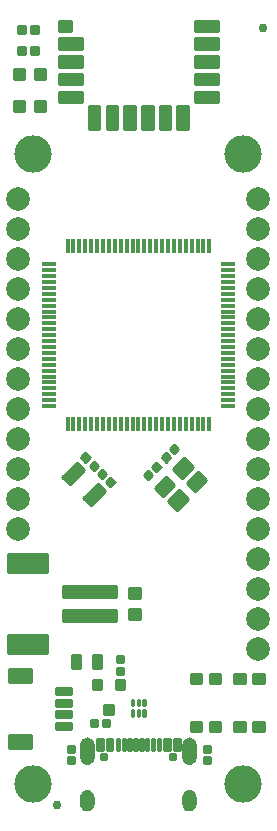
<source format=gts>
G04 EAGLE Gerber RS-274X export*
G75*
%MOMM*%
%FSLAX34Y34*%
%LPD*%
%INSoldermask Top*%
%IPPOS*%
%AMOC8*
5,1,8,0,0,1.08239X$1,22.5*%
G01*
%ADD10C,2.006600*%
%ADD11C,0.230578*%
%ADD12C,0.225369*%
%ADD13C,0.777000*%
%ADD14C,0.229969*%
%ADD15C,0.225400*%
%ADD16C,0.224509*%
%ADD17C,0.428259*%
%ADD18C,0.225588*%
%ADD19C,3.175000*%
%ADD20C,0.762000*%
%ADD21R,0.350000X1.200000*%
%ADD22R,1.200000X0.350000*%
%ADD23C,0.220859*%
%ADD24C,0.225938*%
%ADD25C,0.231559*%
%ADD26C,0.231750*%

G36*
X158784Y41359D02*
X158784Y41359D01*
X158790Y41365D01*
X158795Y41361D01*
X160025Y41726D01*
X160030Y41733D01*
X160035Y41731D01*
X161154Y42361D01*
X161157Y42368D01*
X161163Y42367D01*
X162113Y43230D01*
X162114Y43238D01*
X162120Y43238D01*
X162854Y44291D01*
X162854Y44299D01*
X162859Y44301D01*
X163341Y45491D01*
X163339Y45496D01*
X163343Y45499D01*
X163342Y45500D01*
X163344Y45501D01*
X163549Y46768D01*
X163546Y46773D01*
X163549Y46776D01*
X163549Y58776D01*
X163546Y58780D01*
X163549Y58783D01*
X163394Y59905D01*
X163389Y59910D01*
X163392Y59914D01*
X163021Y60985D01*
X163015Y60989D01*
X163017Y60994D01*
X162444Y61971D01*
X162438Y61974D01*
X162439Y61979D01*
X161686Y62826D01*
X161679Y62828D01*
X161679Y62833D01*
X160776Y63517D01*
X160769Y63517D01*
X160768Y63522D01*
X159749Y64017D01*
X159742Y64015D01*
X159740Y64020D01*
X158643Y64307D01*
X158637Y64304D01*
X158634Y64308D01*
X157503Y64375D01*
X157497Y64375D01*
X156366Y64308D01*
X156361Y64303D01*
X156357Y64307D01*
X155260Y64020D01*
X155256Y64014D01*
X155251Y64017D01*
X154232Y63522D01*
X154229Y63516D01*
X154224Y63517D01*
X153321Y62833D01*
X153319Y62826D01*
X153314Y62826D01*
X152561Y61979D01*
X152561Y61972D01*
X152556Y61971D01*
X151983Y60994D01*
X151984Y60991D01*
X151983Y60990D01*
X151984Y60989D01*
X151984Y60987D01*
X151979Y60985D01*
X151608Y59914D01*
X151610Y59909D01*
X151607Y59907D01*
X151607Y59906D01*
X151606Y59905D01*
X151451Y58783D01*
X151454Y58778D01*
X151451Y58776D01*
X151451Y46776D01*
X151454Y46771D01*
X151451Y46768D01*
X151656Y45501D01*
X151662Y45495D01*
X151659Y45491D01*
X152141Y44301D01*
X152148Y44297D01*
X152146Y44291D01*
X152880Y43238D01*
X152888Y43236D01*
X152887Y43230D01*
X153837Y42367D01*
X153846Y42366D01*
X153846Y42361D01*
X154965Y41731D01*
X154973Y41732D01*
X154975Y41726D01*
X156205Y41361D01*
X156213Y41364D01*
X156216Y41359D01*
X157497Y41277D01*
X157501Y41280D01*
X157503Y41277D01*
X158784Y41359D01*
G37*
G36*
X72384Y41359D02*
X72384Y41359D01*
X72390Y41365D01*
X72395Y41361D01*
X73625Y41726D01*
X73630Y41733D01*
X73635Y41731D01*
X74754Y42361D01*
X74757Y42368D01*
X74763Y42367D01*
X75713Y43230D01*
X75714Y43238D01*
X75720Y43238D01*
X76454Y44291D01*
X76454Y44299D01*
X76459Y44301D01*
X76941Y45491D01*
X76939Y45496D01*
X76943Y45499D01*
X76942Y45500D01*
X76944Y45501D01*
X77149Y46768D01*
X77146Y46773D01*
X77149Y46776D01*
X77149Y58776D01*
X77146Y58780D01*
X77149Y58783D01*
X76994Y59905D01*
X76989Y59910D01*
X76992Y59914D01*
X76621Y60985D01*
X76615Y60989D01*
X76617Y60994D01*
X76044Y61971D01*
X76038Y61974D01*
X76039Y61979D01*
X75286Y62826D01*
X75279Y62828D01*
X75279Y62833D01*
X74376Y63517D01*
X74369Y63517D01*
X74368Y63522D01*
X73349Y64017D01*
X73342Y64015D01*
X73340Y64020D01*
X72243Y64307D01*
X72237Y64304D01*
X72234Y64308D01*
X71103Y64375D01*
X71097Y64375D01*
X69966Y64308D01*
X69961Y64303D01*
X69957Y64307D01*
X68860Y64020D01*
X68856Y64014D01*
X68851Y64017D01*
X67832Y63522D01*
X67829Y63516D01*
X67824Y63517D01*
X66921Y62833D01*
X66919Y62826D01*
X66914Y62826D01*
X66161Y61979D01*
X66161Y61972D01*
X66156Y61971D01*
X65583Y60994D01*
X65584Y60991D01*
X65583Y60990D01*
X65584Y60989D01*
X65584Y60987D01*
X65579Y60985D01*
X65208Y59914D01*
X65210Y59909D01*
X65207Y59907D01*
X65207Y59906D01*
X65206Y59905D01*
X65051Y58783D01*
X65054Y58778D01*
X65051Y58776D01*
X65051Y46776D01*
X65054Y46771D01*
X65051Y46768D01*
X65256Y45501D01*
X65262Y45495D01*
X65259Y45491D01*
X65741Y44301D01*
X65748Y44297D01*
X65746Y44291D01*
X66480Y43238D01*
X66488Y43236D01*
X66487Y43230D01*
X67437Y42367D01*
X67446Y42366D01*
X67446Y42361D01*
X68565Y41731D01*
X68573Y41732D01*
X68575Y41726D01*
X69805Y41361D01*
X69813Y41364D01*
X69816Y41359D01*
X71097Y41277D01*
X71101Y41280D01*
X71103Y41277D01*
X72384Y41359D01*
G37*
G36*
X158671Y2087D02*
X158671Y2087D01*
X158676Y2092D01*
X158680Y2089D01*
X159803Y2424D01*
X159807Y2430D01*
X159811Y2428D01*
X160847Y2976D01*
X160850Y2982D01*
X160855Y2981D01*
X161763Y3720D01*
X161765Y3727D01*
X161770Y3727D01*
X162517Y4629D01*
X162517Y4637D01*
X162523Y4637D01*
X163079Y5668D01*
X163078Y5675D01*
X163083Y5677D01*
X163427Y6796D01*
X163425Y6803D01*
X163429Y6806D01*
X163549Y7971D01*
X163547Y7974D01*
X163549Y7976D01*
X163549Y13976D01*
X163547Y13979D01*
X163549Y13981D01*
X163438Y15157D01*
X163433Y15162D01*
X163436Y15166D01*
X163098Y16298D01*
X163092Y16302D01*
X163094Y16307D01*
X162542Y17351D01*
X162535Y17354D01*
X162537Y17359D01*
X161791Y18275D01*
X161784Y18276D01*
X161784Y18282D01*
X160875Y19035D01*
X160867Y19035D01*
X160867Y19040D01*
X159827Y19601D01*
X159820Y19600D01*
X159818Y19605D01*
X158689Y19952D01*
X158683Y19950D01*
X158680Y19954D01*
X157505Y20075D01*
X157498Y20071D01*
X157494Y20075D01*
X156154Y19918D01*
X156148Y19913D01*
X156143Y19916D01*
X154872Y19465D01*
X154867Y19458D01*
X154862Y19460D01*
X153723Y18738D01*
X153720Y18730D01*
X153714Y18731D01*
X152764Y17773D01*
X152763Y17765D01*
X152757Y17764D01*
X152044Y16619D01*
X152045Y16611D01*
X152039Y16609D01*
X151599Y15333D01*
X151601Y15326D01*
X151597Y15323D01*
X151451Y13981D01*
X151453Y13978D01*
X151451Y13976D01*
X151451Y7976D01*
X151453Y7973D01*
X151451Y7970D01*
X151606Y6641D01*
X151612Y6635D01*
X151609Y6631D01*
X152056Y5370D01*
X152063Y5365D01*
X152061Y5360D01*
X152778Y4230D01*
X152785Y4227D01*
X152784Y4221D01*
X153735Y3279D01*
X153743Y3278D01*
X153743Y3272D01*
X154879Y2565D01*
X154887Y2566D01*
X154889Y2560D01*
X156154Y2124D01*
X156159Y2125D01*
X156160Y2125D01*
X156163Y2125D01*
X156165Y2121D01*
X157495Y1977D01*
X157501Y1981D01*
X157505Y1977D01*
X158671Y2087D01*
G37*
G36*
X72271Y2087D02*
X72271Y2087D01*
X72276Y2092D01*
X72280Y2089D01*
X73403Y2424D01*
X73407Y2430D01*
X73411Y2428D01*
X74447Y2976D01*
X74450Y2982D01*
X74455Y2981D01*
X75363Y3720D01*
X75365Y3727D01*
X75370Y3727D01*
X76117Y4629D01*
X76117Y4637D01*
X76123Y4637D01*
X76679Y5668D01*
X76678Y5675D01*
X76683Y5677D01*
X77027Y6796D01*
X77025Y6803D01*
X77029Y6806D01*
X77149Y7971D01*
X77147Y7974D01*
X77149Y7976D01*
X77149Y13976D01*
X77147Y13979D01*
X77149Y13981D01*
X77038Y15157D01*
X77033Y15162D01*
X77036Y15166D01*
X76698Y16298D01*
X76692Y16302D01*
X76694Y16307D01*
X76142Y17351D01*
X76135Y17354D01*
X76137Y17359D01*
X75391Y18275D01*
X75384Y18276D01*
X75384Y18282D01*
X74475Y19035D01*
X74467Y19035D01*
X74467Y19040D01*
X73427Y19601D01*
X73420Y19600D01*
X73418Y19605D01*
X72289Y19952D01*
X72283Y19950D01*
X72280Y19954D01*
X71105Y20075D01*
X71098Y20071D01*
X71094Y20075D01*
X69754Y19918D01*
X69748Y19913D01*
X69743Y19916D01*
X68472Y19465D01*
X68467Y19458D01*
X68462Y19460D01*
X67323Y18738D01*
X67320Y18730D01*
X67314Y18731D01*
X66364Y17773D01*
X66363Y17765D01*
X66357Y17764D01*
X65644Y16619D01*
X65645Y16611D01*
X65639Y16609D01*
X65199Y15333D01*
X65201Y15326D01*
X65197Y15323D01*
X65051Y13981D01*
X65053Y13978D01*
X65051Y13976D01*
X65051Y7976D01*
X65053Y7973D01*
X65051Y7970D01*
X65206Y6641D01*
X65212Y6635D01*
X65209Y6631D01*
X65656Y5370D01*
X65663Y5365D01*
X65661Y5360D01*
X66378Y4230D01*
X66385Y4227D01*
X66384Y4221D01*
X67335Y3279D01*
X67343Y3278D01*
X67343Y3272D01*
X68479Y2565D01*
X68487Y2566D01*
X68489Y2560D01*
X69754Y2124D01*
X69759Y2125D01*
X69760Y2125D01*
X69763Y2125D01*
X69765Y2121D01*
X71095Y1977D01*
X71101Y1981D01*
X71105Y1977D01*
X72271Y2087D01*
G37*
D10*
X215900Y520700D03*
X215900Y495300D03*
X215900Y469900D03*
X215900Y444500D03*
X215900Y419100D03*
X215900Y393700D03*
X215900Y368300D03*
X215900Y342900D03*
X215900Y317500D03*
X215900Y292100D03*
X215900Y266700D03*
X215900Y241300D03*
X215900Y215900D03*
X215900Y190500D03*
X215900Y165100D03*
X215900Y139700D03*
X12700Y241300D03*
X12700Y266700D03*
X12700Y292100D03*
X12700Y317500D03*
X12700Y342900D03*
X12700Y368300D03*
X12700Y393700D03*
X12700Y419100D03*
X12700Y444500D03*
X12700Y469900D03*
X12700Y495300D03*
X12700Y520700D03*
D11*
X120818Y54094D02*
X122782Y54094D01*
X120818Y54094D02*
X120818Y63058D01*
X122782Y63058D01*
X122782Y54094D01*
X122782Y56285D02*
X120818Y56285D01*
X120818Y58476D02*
X122782Y58476D01*
X122782Y60667D02*
X120818Y60667D01*
X120818Y62858D02*
X122782Y62858D01*
X117782Y54094D02*
X115818Y54094D01*
X115818Y63058D01*
X117782Y63058D01*
X117782Y54094D01*
X117782Y56285D02*
X115818Y56285D01*
X115818Y58476D02*
X117782Y58476D01*
X117782Y60667D02*
X115818Y60667D01*
X115818Y62858D02*
X117782Y62858D01*
D12*
X144042Y54068D02*
X149058Y54068D01*
X144042Y54068D02*
X144042Y63084D01*
X149058Y63084D01*
X149058Y54068D01*
X149058Y56209D02*
X144042Y56209D01*
X144042Y58350D02*
X149058Y58350D01*
X149058Y60491D02*
X144042Y60491D01*
X144042Y62632D02*
X149058Y62632D01*
X141308Y54068D02*
X136292Y54068D01*
X136292Y63084D01*
X141308Y63084D01*
X141308Y54068D01*
X141308Y56209D02*
X136292Y56209D01*
X136292Y58350D02*
X141308Y58350D01*
X141308Y60491D02*
X136292Y60491D01*
X136292Y62632D02*
X141308Y62632D01*
D11*
X132782Y54094D02*
X130818Y54094D01*
X130818Y63058D01*
X132782Y63058D01*
X132782Y54094D01*
X132782Y56285D02*
X130818Y56285D01*
X130818Y58476D02*
X132782Y58476D01*
X132782Y60667D02*
X130818Y60667D01*
X130818Y62858D02*
X132782Y62858D01*
X127782Y54094D02*
X125818Y54094D01*
X125818Y63058D01*
X127782Y63058D01*
X127782Y54094D01*
X127782Y56285D02*
X125818Y56285D01*
X125818Y58476D02*
X127782Y58476D01*
X127782Y60667D02*
X125818Y60667D01*
X125818Y62858D02*
X127782Y62858D01*
X107782Y63058D02*
X105818Y63058D01*
X107782Y63058D02*
X107782Y54094D01*
X105818Y54094D01*
X105818Y63058D01*
X105818Y56285D02*
X107782Y56285D01*
X107782Y58476D02*
X105818Y58476D01*
X105818Y60667D02*
X107782Y60667D01*
X107782Y62858D02*
X105818Y62858D01*
X110818Y63058D02*
X112782Y63058D01*
X112782Y54094D01*
X110818Y54094D01*
X110818Y63058D01*
X110818Y56285D02*
X112782Y56285D01*
X112782Y58476D02*
X110818Y58476D01*
X110818Y60667D02*
X112782Y60667D01*
X112782Y62858D02*
X110818Y62858D01*
D12*
X84558Y63084D02*
X79542Y63084D01*
X84558Y63084D02*
X84558Y54068D01*
X79542Y54068D01*
X79542Y63084D01*
X79542Y56209D02*
X84558Y56209D01*
X84558Y58350D02*
X79542Y58350D01*
X79542Y60491D02*
X84558Y60491D01*
X84558Y62632D02*
X79542Y62632D01*
X87292Y63084D02*
X92308Y63084D01*
X92308Y54068D01*
X87292Y54068D01*
X87292Y63084D01*
X87292Y56209D02*
X92308Y56209D01*
X92308Y58350D02*
X87292Y58350D01*
X87292Y60491D02*
X92308Y60491D01*
X92308Y62632D02*
X87292Y62632D01*
D11*
X95818Y63058D02*
X97782Y63058D01*
X97782Y54094D01*
X95818Y54094D01*
X95818Y63058D01*
X95818Y56285D02*
X97782Y56285D01*
X97782Y58476D02*
X95818Y58476D01*
X95818Y60667D02*
X97782Y60667D01*
X97782Y62858D02*
X95818Y62858D01*
X100818Y63058D02*
X102782Y63058D01*
X102782Y54094D01*
X100818Y54094D01*
X100818Y63058D01*
X100818Y56285D02*
X102782Y56285D01*
X102782Y58476D02*
X100818Y58476D01*
X100818Y60667D02*
X102782Y60667D01*
X102782Y62858D02*
X100818Y62858D01*
D13*
X85400Y47526D03*
X143200Y47526D03*
D14*
X110035Y82915D02*
X110035Y87985D01*
X110035Y82915D02*
X108565Y82915D01*
X108565Y87985D01*
X110035Y87985D01*
X110035Y85100D02*
X108565Y85100D01*
X108565Y87285D02*
X110035Y87285D01*
X115035Y87485D02*
X115035Y82915D01*
X113565Y82915D01*
X113565Y87485D01*
X115035Y87485D01*
X115035Y85100D02*
X113565Y85100D01*
X113565Y87285D02*
X115035Y87285D01*
X120035Y87485D02*
X120035Y82915D01*
X118565Y82915D01*
X118565Y87485D01*
X120035Y87485D01*
X120035Y85100D02*
X118565Y85100D01*
X118565Y87285D02*
X120035Y87285D01*
X118565Y91515D02*
X118565Y96085D01*
X120035Y96085D01*
X120035Y91515D01*
X118565Y91515D01*
X118565Y93700D02*
X120035Y93700D01*
X120035Y95885D02*
X118565Y95885D01*
X113565Y96085D02*
X113565Y91515D01*
X113565Y96085D02*
X115035Y96085D01*
X115035Y91515D01*
X113565Y91515D01*
X113565Y93700D02*
X115035Y93700D01*
X115035Y95885D02*
X113565Y95885D01*
X108565Y96085D02*
X108565Y91515D01*
X108565Y96085D02*
X110035Y96085D01*
X110035Y91515D01*
X108565Y91515D01*
X108565Y93700D02*
X110035Y93700D01*
X110035Y95885D02*
X108565Y95885D01*
D15*
X95068Y163292D02*
X95068Y172308D01*
X95068Y163292D02*
X50052Y163292D01*
X50052Y172308D01*
X95068Y172308D01*
X95068Y165433D02*
X50052Y165433D01*
X50052Y167574D02*
X95068Y167574D01*
X95068Y169715D02*
X50052Y169715D01*
X50052Y171856D02*
X95068Y171856D01*
X95068Y183292D02*
X95068Y192308D01*
X95068Y183292D02*
X50052Y183292D01*
X50052Y192308D01*
X95068Y192308D01*
X95068Y185433D02*
X50052Y185433D01*
X50052Y187574D02*
X95068Y187574D01*
X95068Y189715D02*
X50052Y189715D01*
X50052Y191856D02*
X95068Y191856D01*
D16*
X37073Y151313D02*
X4047Y151313D01*
X37073Y151313D02*
X37073Y136287D01*
X4047Y136287D01*
X4047Y151313D01*
X4047Y138420D02*
X37073Y138420D01*
X37073Y140553D02*
X4047Y140553D01*
X4047Y142686D02*
X37073Y142686D01*
X37073Y144819D02*
X4047Y144819D01*
X4047Y146952D02*
X37073Y146952D01*
X37073Y149085D02*
X4047Y149085D01*
X4047Y151218D02*
X37073Y151218D01*
X37073Y219313D02*
X4047Y219313D01*
X37073Y219313D02*
X37073Y204287D01*
X4047Y204287D01*
X4047Y219313D01*
X4047Y206420D02*
X37073Y206420D01*
X37073Y208553D02*
X4047Y208553D01*
X4047Y210686D02*
X37073Y210686D01*
X37073Y212819D02*
X4047Y212819D01*
X4047Y214952D02*
X37073Y214952D01*
X37073Y217085D02*
X4047Y217085D01*
X4047Y219218D02*
X37073Y219218D01*
D17*
X107506Y172524D02*
X114494Y172524D01*
X114494Y165536D01*
X107506Y165536D01*
X107506Y172524D01*
X107506Y169605D02*
X114494Y169605D01*
X114494Y190064D02*
X107506Y190064D01*
X114494Y190064D02*
X114494Y183076D01*
X107506Y183076D01*
X107506Y190064D01*
X107506Y187145D02*
X114494Y187145D01*
D12*
X169492Y57508D02*
X169492Y52492D01*
X169492Y57508D02*
X174508Y57508D01*
X174508Y52492D01*
X169492Y52492D01*
X169492Y54633D02*
X174508Y54633D01*
X174508Y56774D02*
X169492Y56774D01*
X169492Y47508D02*
X169492Y42492D01*
X169492Y47508D02*
X174508Y47508D01*
X174508Y42492D01*
X169492Y42492D01*
X169492Y44633D02*
X174508Y44633D01*
X174508Y46774D02*
X169492Y46774D01*
X54492Y52492D02*
X54492Y57508D01*
X59508Y57508D01*
X59508Y52492D01*
X54492Y52492D01*
X54492Y54633D02*
X59508Y54633D01*
X59508Y56774D02*
X54492Y56774D01*
X54492Y47508D02*
X54492Y42492D01*
X54492Y47508D02*
X59508Y47508D01*
X59508Y42492D01*
X54492Y42492D01*
X54492Y44633D02*
X59508Y44633D01*
X59508Y46774D02*
X54492Y46774D01*
D18*
X4543Y111393D02*
X4543Y122407D01*
X23557Y122407D01*
X23557Y111393D01*
X4543Y111393D01*
X4543Y113536D02*
X23557Y113536D01*
X23557Y115679D02*
X4543Y115679D01*
X4543Y117822D02*
X23557Y117822D01*
X23557Y119965D02*
X4543Y119965D01*
X4543Y122108D02*
X23557Y122108D01*
X4543Y66407D02*
X4543Y55393D01*
X4543Y66407D02*
X23557Y66407D01*
X23557Y55393D01*
X4543Y55393D01*
X4543Y57536D02*
X23557Y57536D01*
X23557Y59679D02*
X4543Y59679D01*
X4543Y61822D02*
X23557Y61822D01*
X23557Y63965D02*
X4543Y63965D01*
X4543Y66108D02*
X23557Y66108D01*
D12*
X44542Y101392D02*
X44542Y106408D01*
X57058Y106408D01*
X57058Y101392D01*
X44542Y101392D01*
X44542Y103533D02*
X57058Y103533D01*
X57058Y105674D02*
X44542Y105674D01*
X44542Y96408D02*
X44542Y91392D01*
X44542Y96408D02*
X57058Y96408D01*
X57058Y91392D01*
X44542Y91392D01*
X44542Y93533D02*
X57058Y93533D01*
X57058Y95674D02*
X44542Y95674D01*
X44542Y86408D02*
X44542Y81392D01*
X44542Y86408D02*
X57058Y86408D01*
X57058Y81392D01*
X44542Y81392D01*
X44542Y83533D02*
X57058Y83533D01*
X57058Y85674D02*
X44542Y85674D01*
X44542Y76408D02*
X44542Y71392D01*
X44542Y76408D02*
X57058Y76408D01*
X57058Y71392D01*
X44542Y71392D01*
X44542Y73533D02*
X57058Y73533D01*
X57058Y75674D02*
X44542Y75674D01*
D19*
X25400Y25400D03*
X203200Y25400D03*
D20*
X45000Y7500D03*
X220000Y665000D03*
D15*
X56808Y662292D02*
X56808Y671308D01*
X56808Y662292D02*
X46792Y662292D01*
X46792Y671308D01*
X56808Y671308D01*
X56808Y664433D02*
X46792Y664433D01*
X46792Y666574D02*
X56808Y666574D01*
X56808Y668715D02*
X46792Y668715D01*
X46792Y670856D02*
X56808Y670856D01*
X66308Y656308D02*
X66308Y647292D01*
X47292Y647292D01*
X47292Y656308D01*
X66308Y656308D01*
X66308Y649433D02*
X47292Y649433D01*
X47292Y651574D02*
X66308Y651574D01*
X66308Y653715D02*
X47292Y653715D01*
X47292Y655856D02*
X66308Y655856D01*
X66308Y641308D02*
X66308Y632292D01*
X47292Y632292D01*
X47292Y641308D01*
X66308Y641308D01*
X66308Y634433D02*
X47292Y634433D01*
X47292Y636574D02*
X66308Y636574D01*
X66308Y638715D02*
X47292Y638715D01*
X47292Y640856D02*
X66308Y640856D01*
X66308Y626308D02*
X66308Y617292D01*
X47292Y617292D01*
X47292Y626308D01*
X66308Y626308D01*
X66308Y619433D02*
X47292Y619433D01*
X47292Y621574D02*
X66308Y621574D01*
X66308Y623715D02*
X47292Y623715D01*
X47292Y625856D02*
X66308Y625856D01*
X66308Y611308D02*
X66308Y602292D01*
X47292Y602292D01*
X47292Y611308D01*
X66308Y611308D01*
X66308Y604433D02*
X47292Y604433D01*
X47292Y606574D02*
X66308Y606574D01*
X66308Y608715D02*
X47292Y608715D01*
X47292Y610856D02*
X66308Y610856D01*
X72292Y598808D02*
X81308Y598808D01*
X81308Y579792D01*
X72292Y579792D01*
X72292Y598808D01*
X72292Y581933D02*
X81308Y581933D01*
X81308Y584074D02*
X72292Y584074D01*
X72292Y586215D02*
X81308Y586215D01*
X81308Y588356D02*
X72292Y588356D01*
X72292Y590497D02*
X81308Y590497D01*
X81308Y592638D02*
X72292Y592638D01*
X72292Y594779D02*
X81308Y594779D01*
X81308Y596920D02*
X72292Y596920D01*
X87292Y598808D02*
X96308Y598808D01*
X96308Y579792D01*
X87292Y579792D01*
X87292Y598808D01*
X87292Y581933D02*
X96308Y581933D01*
X96308Y584074D02*
X87292Y584074D01*
X87292Y586215D02*
X96308Y586215D01*
X96308Y588356D02*
X87292Y588356D01*
X87292Y590497D02*
X96308Y590497D01*
X96308Y592638D02*
X87292Y592638D01*
X87292Y594779D02*
X96308Y594779D01*
X96308Y596920D02*
X87292Y596920D01*
X102292Y598808D02*
X111308Y598808D01*
X111308Y579792D01*
X102292Y579792D01*
X102292Y598808D01*
X102292Y581933D02*
X111308Y581933D01*
X111308Y584074D02*
X102292Y584074D01*
X102292Y586215D02*
X111308Y586215D01*
X111308Y588356D02*
X102292Y588356D01*
X102292Y590497D02*
X111308Y590497D01*
X111308Y592638D02*
X102292Y592638D01*
X102292Y594779D02*
X111308Y594779D01*
X111308Y596920D02*
X102292Y596920D01*
X117292Y598808D02*
X126308Y598808D01*
X126308Y579792D01*
X117292Y579792D01*
X117292Y598808D01*
X117292Y581933D02*
X126308Y581933D01*
X126308Y584074D02*
X117292Y584074D01*
X117292Y586215D02*
X126308Y586215D01*
X126308Y588356D02*
X117292Y588356D01*
X117292Y590497D02*
X126308Y590497D01*
X126308Y592638D02*
X117292Y592638D01*
X117292Y594779D02*
X126308Y594779D01*
X126308Y596920D02*
X117292Y596920D01*
X132292Y598808D02*
X141308Y598808D01*
X141308Y579792D01*
X132292Y579792D01*
X132292Y598808D01*
X132292Y581933D02*
X141308Y581933D01*
X141308Y584074D02*
X132292Y584074D01*
X132292Y586215D02*
X141308Y586215D01*
X141308Y588356D02*
X132292Y588356D01*
X132292Y590497D02*
X141308Y590497D01*
X141308Y592638D02*
X132292Y592638D01*
X132292Y594779D02*
X141308Y594779D01*
X141308Y596920D02*
X132292Y596920D01*
X147292Y598808D02*
X156308Y598808D01*
X156308Y579792D01*
X147292Y579792D01*
X147292Y598808D01*
X147292Y581933D02*
X156308Y581933D01*
X156308Y584074D02*
X147292Y584074D01*
X147292Y586215D02*
X156308Y586215D01*
X156308Y588356D02*
X147292Y588356D01*
X147292Y590497D02*
X156308Y590497D01*
X156308Y592638D02*
X147292Y592638D01*
X147292Y594779D02*
X156308Y594779D01*
X156308Y596920D02*
X147292Y596920D01*
X162292Y602292D02*
X162292Y611308D01*
X181308Y611308D01*
X181308Y602292D01*
X162292Y602292D01*
X162292Y604433D02*
X181308Y604433D01*
X181308Y606574D02*
X162292Y606574D01*
X162292Y608715D02*
X181308Y608715D01*
X181308Y610856D02*
X162292Y610856D01*
X162292Y617292D02*
X162292Y626308D01*
X181308Y626308D01*
X181308Y617292D01*
X162292Y617292D01*
X162292Y619433D02*
X181308Y619433D01*
X181308Y621574D02*
X162292Y621574D01*
X162292Y623715D02*
X181308Y623715D01*
X181308Y625856D02*
X162292Y625856D01*
X162292Y632292D02*
X162292Y641308D01*
X181308Y641308D01*
X181308Y632292D01*
X162292Y632292D01*
X162292Y634433D02*
X181308Y634433D01*
X181308Y636574D02*
X162292Y636574D01*
X162292Y638715D02*
X181308Y638715D01*
X181308Y640856D02*
X162292Y640856D01*
X162292Y647292D02*
X162292Y656308D01*
X181308Y656308D01*
X181308Y647292D01*
X162292Y647292D01*
X162292Y649433D02*
X181308Y649433D01*
X181308Y651574D02*
X162292Y651574D01*
X162292Y653715D02*
X181308Y653715D01*
X181308Y655856D02*
X162292Y655856D01*
X162292Y662292D02*
X162292Y671308D01*
X181308Y671308D01*
X181308Y662292D01*
X162292Y662292D01*
X162292Y664433D02*
X181308Y664433D01*
X181308Y666574D02*
X162292Y666574D01*
X162292Y668715D02*
X181308Y668715D01*
X181308Y670856D02*
X162292Y670856D01*
D21*
X54300Y329500D03*
X59300Y329500D03*
X64300Y329500D03*
X69300Y329500D03*
X74300Y329500D03*
X79300Y329500D03*
X84300Y329500D03*
X89300Y329500D03*
X94300Y329500D03*
X99300Y329500D03*
X104300Y329500D03*
X109300Y329500D03*
X114300Y329500D03*
X119300Y329500D03*
X124300Y329500D03*
X129300Y329500D03*
X134300Y329500D03*
X139300Y329500D03*
X144300Y329500D03*
X149300Y329500D03*
X154300Y329500D03*
X159300Y329500D03*
X164300Y329500D03*
X169300Y329500D03*
X174300Y329500D03*
D22*
X189800Y345000D03*
X189800Y350000D03*
X189800Y355000D03*
X189800Y360000D03*
X189800Y365000D03*
X189800Y370000D03*
X189800Y375000D03*
X189800Y380000D03*
X189800Y385000D03*
X189800Y390000D03*
X189800Y395000D03*
X189800Y400000D03*
X189800Y405000D03*
X189800Y410000D03*
X189800Y415000D03*
X189800Y420000D03*
X189800Y425000D03*
X189800Y430000D03*
X189800Y435000D03*
X189800Y440000D03*
X189800Y445000D03*
X189800Y450000D03*
X189800Y455000D03*
X189800Y460000D03*
X189800Y465000D03*
D21*
X174300Y480500D03*
X169300Y480500D03*
X164300Y480500D03*
X159300Y480500D03*
X154300Y480500D03*
X149300Y480500D03*
X144300Y480500D03*
X139300Y480500D03*
X134300Y480500D03*
X129300Y480500D03*
X124300Y480500D03*
X119300Y480500D03*
X114300Y480500D03*
X109300Y480500D03*
X104300Y480500D03*
X99300Y480500D03*
X94300Y480500D03*
X89300Y480500D03*
X84300Y480500D03*
X79300Y480500D03*
X74300Y480500D03*
X69300Y480500D03*
X64300Y480500D03*
X59300Y480500D03*
X54300Y480500D03*
D22*
X38800Y465000D03*
X38800Y460000D03*
X38800Y455000D03*
X38800Y450000D03*
X38800Y445000D03*
X38800Y440000D03*
X38800Y435000D03*
X38800Y430000D03*
X38800Y425000D03*
X38800Y420000D03*
X38800Y415000D03*
X38800Y410000D03*
X38800Y405000D03*
X38800Y400000D03*
X38800Y395000D03*
X38800Y390000D03*
X38800Y385000D03*
X38800Y380000D03*
X38800Y375000D03*
X38800Y370000D03*
X38800Y365000D03*
X38800Y360000D03*
X38800Y355000D03*
X38800Y350000D03*
X38800Y345000D03*
D15*
X49958Y285011D02*
X56333Y278636D01*
X49958Y285011D02*
X61989Y297042D01*
X68364Y290667D01*
X56333Y278636D01*
X58474Y280777D02*
X54192Y280777D01*
X52051Y282918D02*
X60615Y282918D01*
X62756Y285059D02*
X50006Y285059D01*
X52147Y287200D02*
X64897Y287200D01*
X67038Y289341D02*
X54288Y289341D01*
X56429Y291482D02*
X67549Y291482D01*
X65408Y293623D02*
X58570Y293623D01*
X60711Y295764D02*
X63267Y295764D01*
X67636Y267333D02*
X74011Y260958D01*
X67636Y267333D02*
X79667Y279364D01*
X86042Y272989D01*
X74011Y260958D01*
X76152Y263099D02*
X71870Y263099D01*
X69729Y265240D02*
X78293Y265240D01*
X80434Y267381D02*
X67684Y267381D01*
X69825Y269522D02*
X82575Y269522D01*
X84716Y271663D02*
X71966Y271663D01*
X74107Y273804D02*
X85227Y273804D01*
X83086Y275945D02*
X76248Y275945D01*
X78389Y278086D02*
X80945Y278086D01*
D12*
X80082Y294464D02*
X76536Y298010D01*
X80082Y294464D02*
X76536Y290918D01*
X72990Y294464D01*
X76536Y298010D01*
X78677Y293059D02*
X74395Y293059D01*
X73726Y295200D02*
X79346Y295200D01*
X77205Y297341D02*
X75867Y297341D01*
X73010Y301536D02*
X69464Y305082D01*
X73010Y301536D02*
X69464Y297990D01*
X65918Y301536D01*
X69464Y305082D01*
X71605Y300131D02*
X67323Y300131D01*
X66654Y302272D02*
X72274Y302272D01*
X70133Y304413D02*
X68795Y304413D01*
X79918Y287536D02*
X83464Y283990D01*
X79918Y287536D02*
X83464Y291082D01*
X87010Y287536D01*
X83464Y283990D01*
X85605Y286131D02*
X81323Y286131D01*
X80654Y288272D02*
X86274Y288272D01*
X84133Y290413D02*
X82795Y290413D01*
X86990Y280464D02*
X90536Y276918D01*
X86990Y280464D02*
X90536Y284010D01*
X94082Y280464D01*
X90536Y276918D01*
X92677Y279059D02*
X88395Y279059D01*
X87726Y281200D02*
X93346Y281200D01*
X91205Y283341D02*
X89867Y283341D01*
D23*
X143946Y291375D02*
X153181Y300610D01*
X160296Y293495D01*
X151061Y284260D01*
X143946Y291375D01*
X148962Y286359D02*
X153160Y286359D01*
X155259Y288458D02*
X146863Y288458D01*
X144764Y290557D02*
X157358Y290557D01*
X159457Y292656D02*
X145227Y292656D01*
X147326Y294755D02*
X159036Y294755D01*
X156937Y296854D02*
X149425Y296854D01*
X151524Y298953D02*
X154838Y298953D01*
X137625Y285054D02*
X128390Y275819D01*
X137625Y285054D02*
X144740Y277939D01*
X135505Y268704D01*
X128390Y275819D01*
X133406Y270803D02*
X137604Y270803D01*
X139703Y272902D02*
X131307Y272902D01*
X129208Y275001D02*
X141802Y275001D01*
X143901Y277100D02*
X129671Y277100D01*
X131770Y279199D02*
X143480Y279199D01*
X141381Y281298D02*
X133869Y281298D01*
X135968Y283397D02*
X139282Y283397D01*
X148939Y273740D02*
X139704Y264505D01*
X148939Y273740D02*
X156054Y266625D01*
X146819Y257390D01*
X139704Y264505D01*
X144720Y259489D02*
X148918Y259489D01*
X151017Y261588D02*
X142621Y261588D01*
X140522Y263687D02*
X153116Y263687D01*
X155215Y265786D02*
X140985Y265786D01*
X143084Y267885D02*
X154794Y267885D01*
X152695Y269984D02*
X145183Y269984D01*
X147282Y272083D02*
X150596Y272083D01*
X155260Y280061D02*
X164495Y289296D01*
X171610Y282181D01*
X162375Y272946D01*
X155260Y280061D01*
X160276Y275045D02*
X164474Y275045D01*
X166573Y277144D02*
X158177Y277144D01*
X156078Y279243D02*
X168672Y279243D01*
X170771Y281342D02*
X156541Y281342D01*
X158640Y283441D02*
X170350Y283441D01*
X168251Y285540D02*
X160739Y285540D01*
X162838Y287639D02*
X166152Y287639D01*
D12*
X144536Y312082D02*
X140990Y308536D01*
X144536Y312082D02*
X148082Y308536D01*
X144536Y304990D01*
X140990Y308536D01*
X142395Y307131D02*
X146677Y307131D01*
X147346Y309272D02*
X141726Y309272D01*
X143867Y311413D02*
X145205Y311413D01*
X137464Y305010D02*
X133918Y301464D01*
X137464Y305010D02*
X141010Y301464D01*
X137464Y297918D01*
X133918Y301464D01*
X135323Y300059D02*
X139605Y300059D01*
X140274Y302200D02*
X134654Y302200D01*
X136795Y304341D02*
X138133Y304341D01*
X126010Y286464D02*
X122464Y282918D01*
X118918Y286464D01*
X122464Y290010D01*
X126010Y286464D01*
X124605Y285059D02*
X120323Y285059D01*
X119654Y287200D02*
X125274Y287200D01*
X123133Y289341D02*
X121795Y289341D01*
X129536Y289990D02*
X133082Y293536D01*
X129536Y289990D02*
X125990Y293536D01*
X129536Y297082D01*
X133082Y293536D01*
X131677Y292131D02*
X127395Y292131D01*
X126726Y294272D02*
X132346Y294272D01*
X130205Y296413D02*
X128867Y296413D01*
D24*
X167506Y118506D02*
X167506Y110494D01*
X158494Y110494D01*
X158494Y118506D01*
X167506Y118506D01*
X167506Y112640D02*
X158494Y112640D01*
X158494Y114786D02*
X167506Y114786D01*
X167506Y116932D02*
X158494Y116932D01*
X183506Y118506D02*
X183506Y110494D01*
X174494Y110494D01*
X174494Y118506D01*
X183506Y118506D01*
X183506Y112640D02*
X174494Y112640D01*
X174494Y114786D02*
X183506Y114786D01*
X183506Y116932D02*
X174494Y116932D01*
X183506Y77506D02*
X183506Y69494D01*
X174494Y69494D01*
X174494Y77506D01*
X183506Y77506D01*
X183506Y71640D02*
X174494Y71640D01*
X174494Y73786D02*
X183506Y73786D01*
X183506Y75932D02*
X174494Y75932D01*
X167506Y77506D02*
X167506Y69494D01*
X158494Y69494D01*
X158494Y77506D01*
X167506Y77506D01*
X167506Y71640D02*
X158494Y71640D01*
X158494Y73786D02*
X167506Y73786D01*
X167506Y75932D02*
X158494Y75932D01*
X211494Y77506D02*
X211494Y69494D01*
X211494Y77506D02*
X220506Y77506D01*
X220506Y69494D01*
X211494Y69494D01*
X211494Y71640D02*
X220506Y71640D01*
X220506Y73786D02*
X211494Y73786D01*
X211494Y75932D02*
X220506Y75932D01*
X195494Y77506D02*
X195494Y69494D01*
X195494Y77506D02*
X204506Y77506D01*
X204506Y69494D01*
X195494Y69494D01*
X195494Y71640D02*
X204506Y71640D01*
X204506Y73786D02*
X195494Y73786D01*
X195494Y75932D02*
X204506Y75932D01*
X195494Y110494D02*
X195494Y118506D01*
X204506Y118506D01*
X204506Y110494D01*
X195494Y110494D01*
X195494Y112640D02*
X204506Y112640D01*
X204506Y114786D02*
X195494Y114786D01*
X195494Y116932D02*
X204506Y116932D01*
X211494Y118506D02*
X211494Y110494D01*
X211494Y118506D02*
X220506Y118506D01*
X220506Y110494D01*
X211494Y110494D01*
X211494Y112640D02*
X220506Y112640D01*
X220506Y114786D02*
X211494Y114786D01*
X211494Y116932D02*
X220506Y116932D01*
D17*
X16724Y622506D02*
X16724Y629494D01*
X16724Y622506D02*
X9736Y622506D01*
X9736Y629494D01*
X16724Y629494D01*
X16724Y626575D02*
X9736Y626575D01*
X34264Y629494D02*
X34264Y622506D01*
X27276Y622506D01*
X27276Y629494D01*
X34264Y629494D01*
X34264Y626575D02*
X27276Y626575D01*
D25*
X18477Y661173D02*
X18477Y667127D01*
X18477Y661173D02*
X12523Y661173D01*
X12523Y667127D01*
X18477Y667127D01*
X18477Y663373D02*
X12523Y663373D01*
X12523Y665573D02*
X18477Y665573D01*
X29477Y667127D02*
X29477Y661173D01*
X23523Y661173D01*
X23523Y667127D01*
X29477Y667127D01*
X29477Y663373D02*
X23523Y663373D01*
X23523Y665573D02*
X29477Y665573D01*
X29477Y648827D02*
X29477Y642873D01*
X23523Y642873D01*
X23523Y648827D01*
X29477Y648827D01*
X29477Y645073D02*
X23523Y645073D01*
X23523Y647273D02*
X29477Y647273D01*
X18477Y648827D02*
X18477Y642873D01*
X12523Y642873D01*
X12523Y648827D01*
X18477Y648827D01*
X18477Y645073D02*
X12523Y645073D01*
X12523Y647273D02*
X18477Y647273D01*
D17*
X16724Y602494D02*
X16724Y595506D01*
X9736Y595506D01*
X9736Y602494D01*
X16724Y602494D01*
X16724Y599575D02*
X9736Y599575D01*
X34264Y602494D02*
X34264Y595506D01*
X27276Y595506D01*
X27276Y602494D01*
X34264Y602494D01*
X34264Y599575D02*
X27276Y599575D01*
D19*
X25400Y558800D03*
X203200Y558800D03*
D26*
X82976Y133976D02*
X76024Y133976D01*
X82976Y133976D02*
X82976Y123024D01*
X76024Y123024D01*
X76024Y133976D01*
X76024Y125226D02*
X82976Y125226D01*
X82976Y127428D02*
X76024Y127428D01*
X76024Y129630D02*
X82976Y129630D01*
X82976Y131832D02*
X76024Y131832D01*
X64976Y133976D02*
X58024Y133976D01*
X64976Y133976D02*
X64976Y123024D01*
X58024Y123024D01*
X58024Y133976D01*
X58024Y125226D02*
X64976Y125226D01*
X64976Y127428D02*
X58024Y127428D01*
X58024Y129630D02*
X64976Y129630D01*
X64976Y131832D02*
X58024Y131832D01*
X95024Y112976D02*
X101976Y112976D01*
X101976Y105024D01*
X95024Y105024D01*
X95024Y112976D01*
X95024Y107226D02*
X101976Y107226D01*
X101976Y109428D02*
X95024Y109428D01*
X95024Y111630D02*
X101976Y111630D01*
X82976Y112976D02*
X76024Y112976D01*
X82976Y112976D02*
X82976Y105024D01*
X76024Y105024D01*
X76024Y112976D01*
X76024Y107226D02*
X82976Y107226D01*
X82976Y109428D02*
X76024Y109428D01*
X76024Y111630D02*
X82976Y111630D01*
X85524Y91976D02*
X92476Y91976D01*
X92476Y84024D01*
X85524Y84024D01*
X85524Y91976D01*
X85524Y86226D02*
X92476Y86226D01*
X92476Y88428D02*
X85524Y88428D01*
X85524Y90630D02*
X92476Y90630D01*
D12*
X95992Y128492D02*
X95992Y133508D01*
X101008Y133508D01*
X101008Y128492D01*
X95992Y128492D01*
X95992Y130633D02*
X101008Y130633D01*
X101008Y132774D02*
X95992Y132774D01*
X95992Y123508D02*
X95992Y118492D01*
X95992Y123508D02*
X101008Y123508D01*
X101008Y118492D01*
X95992Y118492D01*
X95992Y120633D02*
X101008Y120633D01*
X101008Y122774D02*
X95992Y122774D01*
X89008Y79508D02*
X83992Y79508D01*
X89008Y79508D02*
X89008Y74492D01*
X83992Y74492D01*
X83992Y79508D01*
X83992Y76633D02*
X89008Y76633D01*
X89008Y78774D02*
X83992Y78774D01*
X79008Y79508D02*
X73992Y79508D01*
X79008Y79508D02*
X79008Y74492D01*
X73992Y74492D01*
X73992Y79508D01*
X73992Y76633D02*
X79008Y76633D01*
X79008Y78774D02*
X73992Y78774D01*
M02*

</source>
